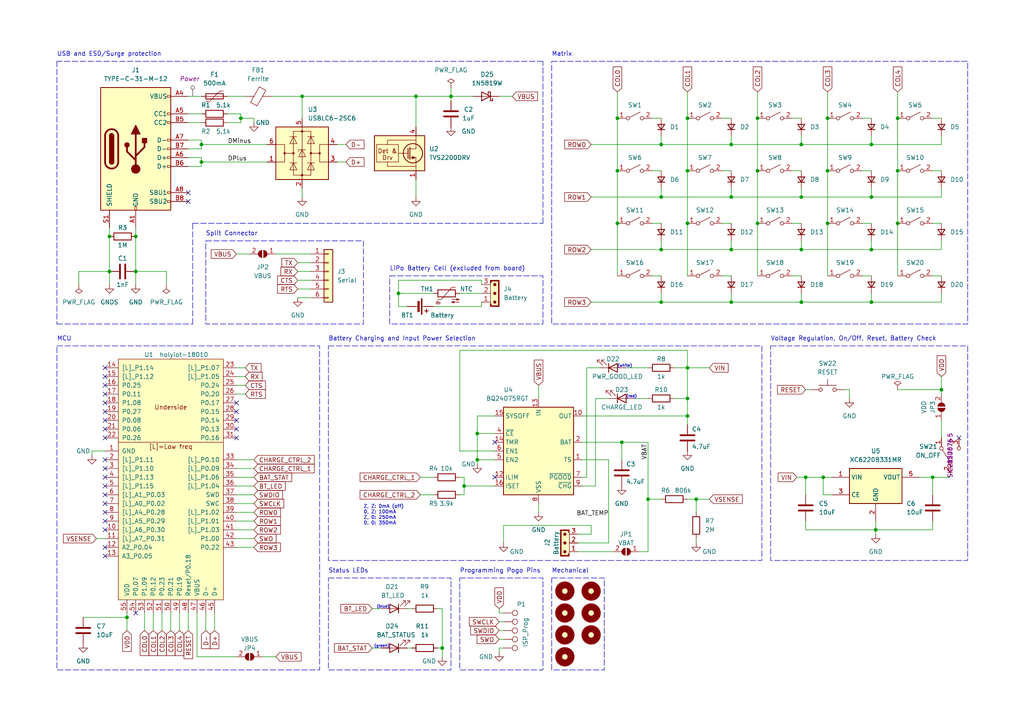
<source format=kicad_sch>
(kicad_sch (version 20230121) (generator eeschema)
  (paper "A4")
  (title_block (title "nightliner - a split wireless keyboard") (date "2023-10-21") (rev "0.1") (company "Layer-7 Technologies") (comment 2 "Project: https://michaelrommel.com/create/2023-10-21-nightliner") (comment 3 "Github: https://github.com/michaelrommel/nightliner") (comment 4 "Designer: Michael Rommel"))
  (junction (at 87.63 27.94))
  (junction (at 240.03 64.77))
  (junction (at 252.73 41.91))
  (junction (at 39.37 78.74))
  (junction (at 31.75 68.58))
  (junction (at 233.68 138.43))
  (junction (at 240.03 49.53))
  (junction (at 187.96 144.78))
  (junction (at 232.41 41.91))
  (junction (at 199.39 49.53))
  (junction (at 273.05 113.03))
  (junction (at 232.41 87.63))
  (junction (at 199.39 115.57))
  (junction (at 191.77 57.15))
  (junction (at 212.09 57.15))
  (junction (at 212.09 41.91))
  (junction (at 252.73 72.39))
  (junction (at 31.75 78.74))
  (junction (at 254 153.67))
  (junction (at 232.41 57.15))
  (junction (at 219.71 34.29))
  (junction (at 179.07 34.29))
  (junction (at 58.42 41.91))
  (junction (at 115.57 85.09))
  (junction (at 252.73 87.63))
  (junction (at 179.07 64.77))
  (junction (at 212.09 72.39))
  (junction (at 219.71 49.53))
  (junction (at 134.62 140.97))
  (junction (at 260.35 34.29))
  (junction (at 138.43 125.73))
  (junction (at 179.07 49.53))
  (junction (at 232.41 72.39))
  (junction (at 199.39 34.29))
  (junction (at 128.27 187.96))
  (junction (at 260.35 64.77))
  (junction (at 212.09 87.63))
  (junction (at 252.73 57.15))
  (junction (at 199.39 120.65))
  (junction (at 39.37 68.58))
  (junction (at 219.71 64.77))
  (junction (at 191.77 87.63))
  (junction (at 120.65 27.94))
  (junction (at 180.34 128.27))
  (junction (at 199.39 106.68))
  (junction (at 238.76 138.43))
  (junction (at 270.51 138.43))
  (junction (at 260.35 49.53))
  (junction (at 58.42 46.99))
  (junction (at 191.77 41.91))
  (junction (at 138.43 133.35))
  (junction (at 199.39 64.77))
  (junction (at 69.85 34.29))
  (junction (at 36.83 179.07))
  (junction (at 130.81 27.94))
  (junction (at 191.77 72.39))
  (junction (at 240.03 34.29))
  (junction (at 201.93 144.78))
  (no_connect (at 54.61 58.42))
  (no_connect (at 30.48 153.67))
  (no_connect (at 39.37 177.8))
  (no_connect (at 30.48 146.05))
  (no_connect (at 30.48 140.97))
  (no_connect (at 68.58 124.46))
  (no_connect (at 30.48 138.43))
  (no_connect (at 30.48 148.59))
  (no_connect (at 30.48 114.3))
  (no_connect (at 30.48 161.29))
  (no_connect (at 30.48 109.22))
  (no_connect (at 30.48 119.38))
  (no_connect (at 30.48 143.51))
  (no_connect (at 30.48 135.89))
  (no_connect (at 68.58 121.92))
  (no_connect (at 30.48 151.13))
  (no_connect (at 143.51 138.43))
  (no_connect (at 30.48 106.68))
  (no_connect (at 68.58 127))
  (no_connect (at 68.58 119.38))
  (no_connect (at 68.58 116.84))
  (no_connect (at 278.13 127))
  (no_connect (at 30.48 116.84))
  (no_connect (at 30.48 133.35))
  (no_connect (at 30.48 124.46))
  (no_connect (at 30.48 127))
  (no_connect (at 30.48 121.92))
  (no_connect (at 143.51 128.27))
  (no_connect (at 30.48 158.75))
  (no_connect (at 54.61 55.88))
  (no_connect (at 30.48 111.76))
  (wire (pts (xy 139.7 81.28) (xy 115.57 81.28)))
  (wire (pts (xy 232.41 69.85) (xy 232.41 72.39)))
  (wire (pts (xy 273.05 109.22) (xy 273.05 113.03)))
  (wire (pts (xy 260.35 64.77) (xy 260.35 80.01)))
  (wire (pts (xy 260.35 34.29) (xy 260.35 49.53)))
  (wire (pts (xy 130.81 27.94) (xy 130.81 29.21)))
  (wire (pts (xy 78.74 27.94) (xy 87.63 27.94)))
  (wire (pts (xy 191.77 87.63) (xy 212.09 87.63)))
  (wire (pts (xy 86.36 78.74) (xy 90.17 78.74)))
  (wire (pts (xy 199.39 106.68) (xy 199.39 115.57)))
  (wire (pts (xy 201.93 144.78) (xy 199.39 144.78)))
  (wire (pts (xy 68.58 138.43) (xy 73.66 138.43)))
  (wire (pts (xy 97.79 41.91) (xy 100.33 41.91)))
  (wire (pts (xy 232.41 87.63) (xy 252.73 87.63)))
  (wire (pts (xy 199.39 120.65) (xy 199.39 123.19)))
  (wire (pts (xy 246.38 115.57) (xy 246.38 113.03)))
  (polyline (pts (xy 55.88 64.77) (xy 157.48 64.77)) (stroke (width 0) (type dash)))
  (wire (pts (xy 146.05 180.34) (xy 144.78 180.34)))
  (wire (pts (xy 144.78 189.23) (xy 144.78 187.96)))
  (wire (pts (xy 146.05 152.4) (xy 146.05 157.48)))
  (wire (pts (xy 58.42 41.91) (xy 58.42 43.18)))
  (wire (pts (xy 138.43 120.65) (xy 138.43 125.73)))
  (wire (pts (xy 54.61 45.72) (xy 58.42 45.72)))
  (wire (pts (xy 232.41 85.09) (xy 232.41 87.63)))
  (wire (pts (xy 209.55 64.77) (xy 212.09 64.77)))
  (wire (pts (xy 143.51 120.65) (xy 138.43 120.65)))
  (wire (pts (xy 199.39 101.6) (xy 199.39 106.68)))
  (wire (pts (xy 171.45 154.94) (xy 167.64 154.94)))
  (wire (pts (xy 191.77 41.91) (xy 212.09 41.91)))
  (wire (pts (xy 231.14 138.43) (xy 233.68 138.43)))
  (wire (pts (xy 212.09 87.63) (xy 232.41 87.63)))
  (wire (pts (xy 26.67 132.08) (xy 26.67 130.81)))
  (wire (pts (xy 144.78 27.94) (xy 148.59 27.94)))
  (wire (pts (xy 233.68 113.03) (xy 234.95 113.03)))
  (wire (pts (xy 58.42 48.26) (xy 54.61 48.26)))
  (wire (pts (xy 252.73 87.63) (xy 273.05 87.63)))
  (wire (pts (xy 68.58 156.21) (xy 73.66 156.21)))
  (wire (pts (xy 238.76 138.43) (xy 241.3 138.43)))
  (wire (pts (xy 69.85 33.02) (xy 69.85 34.29)))
  (wire (pts (xy 58.42 40.64) (xy 58.42 41.91)))
  (wire (pts (xy 179.07 49.53) (xy 179.07 64.77)))
  (wire (pts (xy 199.39 49.53) (xy 199.39 64.77)))
  (polyline (pts (xy 16.51 17.78) (xy 16.51 93.98)) (stroke (width 0) (type dash)))
  (wire (pts (xy 52.07 177.8) (xy 52.07 182.88)))
  (polyline (pts (xy 157.48 17.78) (xy 16.51 17.78)) (stroke (width 0) (type dash)))
  (wire (pts (xy 191.77 54.61) (xy 191.77 57.15)))
  (wire (pts (xy 180.34 128.27) (xy 180.34 133.35)))
  (wire (pts (xy 219.71 26.67) (xy 219.71 34.29)))
  (wire (pts (xy 171.45 152.4) (xy 171.45 154.94)))
  (wire (pts (xy 87.63 27.94) (xy 120.65 27.94)))
  (wire (pts (xy 250.19 34.29) (xy 252.73 34.29)))
  (wire (pts (xy 58.42 43.18) (xy 54.61 43.18)))
  (wire (pts (xy 270.51 138.43) (xy 275.59 138.43)))
  (wire (pts (xy 187.96 144.78) (xy 191.77 144.78)))
  (wire (pts (xy 133.35 85.09) (xy 139.7 85.09)))
  (wire (pts (xy 250.19 80.01) (xy 252.73 80.01)))
  (polyline (pts (xy 157.48 64.77) (xy 157.48 17.78)) (stroke (width 0) (type dash)))
  (wire (pts (xy 181.61 106.68) (xy 187.96 106.68)))
  (wire (pts (xy 229.87 64.77) (xy 232.41 64.77)))
  (wire (pts (xy 252.73 72.39) (xy 273.05 72.39)))
  (wire (pts (xy 58.42 45.72) (xy 58.42 46.99)))
  (wire (pts (xy 118.11 187.96) (xy 119.38 187.96)))
  (wire (pts (xy 167.64 160.02) (xy 177.8 160.02)))
  (wire (pts (xy 87.63 54.61) (xy 87.63 57.15)))
  (wire (pts (xy 144.78 176.53) (xy 144.78 177.8)))
  (wire (pts (xy 238.76 143.51) (xy 238.76 138.43)))
  (wire (pts (xy 86.36 83.82) (xy 90.17 83.82)))
  (wire (pts (xy 39.37 66.04) (xy 39.37 68.58)))
  (wire (pts (xy 270.51 64.77) (xy 273.05 64.77)))
  (wire (pts (xy 209.55 80.01) (xy 212.09 80.01)))
  (wire (pts (xy 199.39 34.29) (xy 199.39 49.53)))
  (wire (pts (xy 31.75 68.58) (xy 31.75 78.74)))
  (polyline (pts (xy 55.88 93.98) (xy 55.88 64.77)) (stroke (width 0) (type dash)))
  (wire (pts (xy 275.59 137.16) (xy 275.59 138.43)))
  (wire (pts (xy 191.77 72.39) (xy 212.09 72.39)))
  (wire (pts (xy 68.58 158.75) (xy 73.66 158.75)))
  (wire (pts (xy 179.07 64.77) (xy 179.07 80.01)))
  (wire (pts (xy 58.42 41.91) (xy 77.47 41.91)))
  (wire (pts (xy 68.58 151.13) (xy 73.66 151.13)))
  (wire (pts (xy 219.71 34.29) (xy 219.71 49.53)))
  (wire (pts (xy 171.45 72.39) (xy 191.77 72.39)))
  (wire (pts (xy 212.09 72.39) (xy 232.41 72.39)))
  (wire (pts (xy 115.57 88.9) (xy 118.11 88.9)))
  (wire (pts (xy 22.86 82.55) (xy 22.86 78.74)))
  (wire (pts (xy 270.51 49.53) (xy 273.05 49.53)))
  (wire (pts (xy 171.45 152.4) (xy 146.05 152.4)))
  (wire (pts (xy 212.09 54.61) (xy 212.09 57.15)))
  (wire (pts (xy 139.7 88.9) (xy 139.7 87.63)))
  (wire (pts (xy 48.26 78.74) (xy 39.37 78.74)))
  (wire (pts (xy 209.55 34.29) (xy 212.09 34.29)))
  (wire (pts (xy 179.07 26.67) (xy 179.07 34.29)))
  (wire (pts (xy 266.7 138.43) (xy 270.51 138.43)))
  (wire (pts (xy 87.63 27.94) (xy 87.63 34.29)))
  (wire (pts (xy 252.73 54.61) (xy 252.73 57.15)))
  (wire (pts (xy 199.39 115.57) (xy 195.58 115.57)))
  (wire (pts (xy 46.99 177.8) (xy 46.99 182.88)))
  (wire (pts (xy 191.77 85.09) (xy 191.77 87.63)))
  (wire (pts (xy 76.2 190.5) (xy 80.01 190.5)))
  (wire (pts (xy 69.85 34.29) (xy 69.85 35.56)))
  (wire (pts (xy 54.61 40.64) (xy 58.42 40.64)))
  (wire (pts (xy 31.75 78.74) (xy 31.75 82.55)))
  (wire (pts (xy 273.05 57.15) (xy 273.05 54.61)))
  (wire (pts (xy 130.81 25.4) (xy 130.81 27.94)))
  (wire (pts (xy 172.72 140.97) (xy 168.91 140.97)))
  (wire (pts (xy 191.77 39.37) (xy 191.77 41.91)))
  (wire (pts (xy 232.41 54.61) (xy 232.41 57.15)))
  (wire (pts (xy 97.79 46.99) (xy 100.33 46.99)))
  (wire (pts (xy 260.35 26.67) (xy 260.35 34.29)))
  (wire (pts (xy 241.3 143.51) (xy 238.76 143.51)))
  (wire (pts (xy 201.93 144.78) (xy 201.93 148.59)))
  (wire (pts (xy 171.45 87.63) (xy 191.77 87.63)))
  (wire (pts (xy 71.12 109.22) (xy 68.58 109.22)))
  (wire (pts (xy 66.04 27.94) (xy 71.12 27.94)))
  (wire (pts (xy 144.78 177.8) (xy 146.05 177.8)))
  (wire (pts (xy 240.03 64.77) (xy 240.03 80.01)))
  (wire (pts (xy 121.92 143.51) (xy 125.73 143.51)))
  (wire (pts (xy 54.61 35.56) (xy 58.42 35.56)))
  (wire (pts (xy 199.39 115.57) (xy 199.39 120.65)))
  (wire (pts (xy 232.41 72.39) (xy 252.73 72.39)))
  (wire (pts (xy 68.58 146.05) (xy 73.66 146.05)))
  (wire (pts (xy 233.68 151.13) (xy 233.68 153.67)))
  (wire (pts (xy 199.39 106.68) (xy 195.58 106.68)))
  (wire (pts (xy 146.05 185.42) (xy 144.78 185.42)))
  (wire (pts (xy 125.73 88.9) (xy 139.7 88.9)))
  (wire (pts (xy 233.68 138.43) (xy 238.76 138.43)))
  (wire (pts (xy 170.18 138.43) (xy 168.91 138.43)))
  (wire (pts (xy 138.43 133.35) (xy 138.43 134.62)))
  (wire (pts (xy 125.73 85.09) (xy 115.57 85.09)))
  (wire (pts (xy 133.35 143.51) (xy 134.62 143.51)))
  (wire (pts (xy 127 187.96) (xy 128.27 187.96)))
  (wire (pts (xy 273.05 114.3) (xy 273.05 113.03)))
  (wire (pts (xy 254 154.94) (xy 254 153.67)))
  (wire (pts (xy 107.95 176.53) (xy 110.49 176.53)))
  (wire (pts (xy 127 176.53) (xy 128.27 176.53)))
  (wire (pts (xy 22.86 78.74) (xy 31.75 78.74)))
  (wire (pts (xy 179.07 34.29) (xy 179.07 49.53)))
  (wire (pts (xy 146.05 182.88) (xy 144.78 182.88)))
  (wire (pts (xy 254 153.67) (xy 270.51 153.67)))
  (wire (pts (xy 138.43 125.73) (xy 138.43 133.35)))
  (wire (pts (xy 187.96 144.78) (xy 187.96 160.02)))
  (wire (pts (xy 170.18 106.68) (xy 170.18 138.43)))
  (wire (pts (xy 59.69 177.8) (xy 59.69 182.88)))
  (wire (pts (xy 205.74 106.68) (xy 199.39 106.68)))
  (wire (pts (xy 118.11 176.53) (xy 119.38 176.53)))
  (wire (pts (xy 219.71 49.53) (xy 219.71 64.77)))
  (wire (pts (xy 49.53 177.8) (xy 49.53 182.88)))
  (wire (pts (xy 54.61 177.8) (xy 54.61 182.88)))
  (wire (pts (xy 115.57 85.09) (xy 115.57 88.9)))
  (wire (pts (xy 58.42 46.99) (xy 77.47 46.99)))
  (wire (pts (xy 139.7 81.28) (xy 139.7 82.55)))
  (wire (pts (xy 68.58 190.5) (xy 57.15 190.5)))
  (wire (pts (xy 252.73 39.37) (xy 252.73 41.91)))
  (wire (pts (xy 252.73 85.09) (xy 252.73 87.63)))
  (wire (pts (xy 254 153.67) (xy 254 151.13)))
  (wire (pts (xy 80.01 73.66) (xy 90.17 73.66)))
  (wire (pts (xy 120.65 27.94) (xy 120.65 36.83)))
  (wire (pts (xy 68.58 143.51) (xy 73.66 143.51)))
  (wire (pts (xy 219.71 64.77) (xy 219.71 80.01)))
  (wire (pts (xy 133.35 130.81) (xy 133.35 101.6)))
  (wire (pts (xy 107.95 187.96) (xy 110.49 187.96)))
  (wire (pts (xy 229.87 80.01) (xy 232.41 80.01)))
  (wire (pts (xy 134.62 140.97) (xy 143.51 140.97)))
  (wire (pts (xy 270.51 34.29) (xy 273.05 34.29)))
  (wire (pts (xy 133.35 138.43) (xy 134.62 138.43)))
  (wire (pts (xy 232.41 57.15) (xy 252.73 57.15)))
  (wire (pts (xy 128.27 187.96) (xy 128.27 190.5)))
  (wire (pts (xy 232.41 41.91) (xy 252.73 41.91)))
  (wire (pts (xy 189.23 64.77) (xy 191.77 64.77)))
  (wire (pts (xy 71.12 114.3) (xy 68.58 114.3)))
  (wire (pts (xy 156.21 146.05) (xy 156.21 148.59)))
  (wire (pts (xy 121.92 138.43) (xy 125.73 138.43)))
  (wire (pts (xy 273.05 72.39) (xy 273.05 69.85)))
  (wire (pts (xy 68.58 148.59) (xy 73.66 148.59)))
  (wire (pts (xy 86.36 76.2) (xy 90.17 76.2)))
  (wire (pts (xy 130.81 27.94) (xy 137.16 27.94)))
  (wire (pts (xy 233.68 153.67) (xy 254 153.67)))
  (wire (pts (xy 73.66 34.29) (xy 73.66 35.56)))
  (wire (pts (xy 133.35 101.6) (xy 199.39 101.6)))
  (wire (pts (xy 26.67 130.81) (xy 30.48 130.81)))
  (wire (pts (xy 229.87 34.29) (xy 232.41 34.29)))
  (wire (pts (xy 138.43 133.35) (xy 143.51 133.35)))
  (wire (pts (xy 252.73 41.91) (xy 273.05 41.91)))
  (wire (pts (xy 240.03 34.29) (xy 240.03 49.53)))
  (wire (pts (xy 48.26 82.55) (xy 48.26 78.74)))
  (wire (pts (xy 86.36 81.28) (xy 90.17 81.28)))
  (wire (pts (xy 171.45 57.15) (xy 191.77 57.15)))
  (wire (pts (xy 68.58 135.89) (xy 73.66 135.89)))
  (wire (pts (xy 168.91 133.35) (xy 176.53 133.35)))
  (polyline (pts (xy 16.51 93.98) (xy 55.88 93.98)) (stroke (width 0) (type dash)))
  (wire (pts (xy 156.21 111.76) (xy 156.21 115.57)))
  (wire (pts (xy 199.39 64.77) (xy 199.39 80.01)))
  (wire (pts (xy 66.04 33.02) (xy 69.85 33.02)))
  (wire (pts (xy 273.05 41.91) (xy 273.05 39.37)))
  (wire (pts (xy 233.68 138.43) (xy 233.68 143.51)))
  (wire (pts (xy 115.57 81.28) (xy 115.57 85.09)))
  (wire (pts (xy 212.09 69.85) (xy 212.09 72.39)))
  (wire (pts (xy 250.19 64.77) (xy 252.73 64.77)))
  (wire (pts (xy 212.09 41.91) (xy 232.41 41.91)))
  (wire (pts (xy 176.53 157.48) (xy 167.64 157.48)))
  (wire (pts (xy 58.42 46.99) (xy 58.42 48.26)))
  (wire (pts (xy 201.93 156.21) (xy 201.93 157.48)))
  (wire (pts (xy 273.05 121.92) (xy 273.05 127)))
  (wire (pts (xy 171.45 41.91) (xy 191.77 41.91)))
  (wire (pts (xy 260.35 113.03) (xy 273.05 113.03)))
  (wire (pts (xy 191.77 57.15) (xy 212.09 57.15)))
  (wire (pts (xy 185.42 160.02) (xy 187.96 160.02)))
  (wire (pts (xy 170.18 106.68) (xy 173.99 106.68)))
  (wire (pts (xy 54.61 27.94) (xy 58.42 27.94)))
  (wire (pts (xy 212.09 85.09) (xy 212.09 87.63)))
  (wire (pts (xy 71.12 111.76) (xy 68.58 111.76)))
  (wire (pts (xy 209.55 49.53) (xy 212.09 49.53)))
  (wire (pts (xy 180.34 128.27) (xy 187.96 128.27)))
  (wire (pts (xy 189.23 80.01) (xy 191.77 80.01)))
  (wire (pts (xy 187.96 128.27) (xy 187.96 144.78)))
  (wire (pts (xy 199.39 26.67) (xy 199.39 34.29)))
  (wire (pts (xy 184.15 115.57) (xy 187.96 115.57)))
  (wire (pts (xy 191.77 69.85) (xy 191.77 72.39)))
  (wire (pts (xy 201.93 144.78) (xy 205.74 144.78)))
  (wire (pts (xy 260.35 49.53) (xy 260.35 64.77)))
  (wire (pts (xy 68.58 153.67) (xy 73.66 153.67)))
  (wire (pts (xy 71.12 106.68) (xy 68.58 106.68)))
  (wire (pts (xy 232.41 39.37) (xy 232.41 41.91)))
  (wire (pts (xy 58.42 33.02) (xy 54.61 33.02)))
  (wire (pts (xy 27.94 156.21) (xy 30.48 156.21)))
  (wire (pts (xy 172.72 115.57) (xy 176.53 115.57)))
  (wire (pts (xy 252.73 69.85) (xy 252.73 72.39)))
  (wire (pts (xy 229.87 49.53) (xy 232.41 49.53)))
  (wire (pts (xy 138.43 125.73) (xy 143.51 125.73)))
  (wire (pts (xy 68.58 140.97) (xy 73.66 140.97)))
  (wire (pts (xy 270.51 138.43) (xy 270.51 143.51)))
  (wire (pts (xy 270.51 151.13) (xy 270.51 153.67)))
  (wire (pts (xy 69.85 34.29) (xy 73.66 34.29)))
  (wire (pts (xy 168.91 120.65) (xy 199.39 120.65)))
  (wire (pts (xy 270.51 80.01) (xy 273.05 80.01)))
  (wire (pts (xy 57.15 177.8) (xy 57.15 190.5)))
  (wire (pts (xy 62.23 177.8) (xy 62.23 182.88)))
  (wire (pts (xy 44.45 177.8) (xy 44.45 182.88)))
  (wire (pts (xy 252.73 57.15) (xy 273.05 57.15)))
  (wire (pts (xy 134.62 140.97) (xy 134.62 143.51)))
  (wire (pts (xy 180.34 128.27) (xy 168.91 128.27)))
  (wire (pts (xy 144.78 187.96) (xy 146.05 187.96)))
  (wire (pts (xy 128.27 176.53) (xy 128.27 187.96)))
  (wire (pts (xy 240.03 26.67) (xy 240.03 34.29)))
  (wire (pts (xy 69.85 35.56) (xy 66.04 35.56)))
  (wire (pts (xy 134.62 138.43) (xy 134.62 140.97)))
  (wire (pts (xy 250.19 49.53) (xy 252.73 49.53)))
  (wire (pts (xy 212.09 39.37) (xy 212.09 41.91)))
  (wire (pts (xy 68.58 73.66) (xy 72.39 73.66)))
  (wire (pts (xy 36.83 177.8) (xy 36.83 179.07)))
  (wire (pts (xy 68.58 133.35) (xy 73.66 133.35)))
  (wire (pts (xy 246.38 113.03) (xy 245.11 113.03)))
  (wire (pts (xy 176.53 133.35) (xy 176.53 157.48)))
  (wire (pts (xy 240.03 49.53) (xy 240.03 64.77)))
  (wire (pts (xy 189.23 49.53) (xy 191.77 49.53)))
  (wire (pts (xy 90.17 86.36) (xy 86.36 86.36)))
  (wire (pts (xy 189.23 34.29) (xy 191.77 34.29)))
  (wire (pts (xy 212.09 57.15) (xy 232.41 57.15)))
  (wire (pts (xy 133.35 130.81) (xy 143.51 130.81)))
  (wire (pts (xy 31.75 66.04) (xy 31.75 68.58)))
  (wire (pts (xy 273.05 87.63) (xy 273.05 85.09)))
  (wire (pts (xy 39.37 78.74) (xy 39.37 82.55)))
  (wire (pts (xy 41.91 177.8) (xy 41.91 182.88)))
  (wire (pts (xy 24.13 179.07) (xy 36.83 179.07)))
  (wire (pts (xy 36.83 179.07) (xy 36.83 182.88)))
  (wire (pts (xy 39.37 68.58) (xy 39.37 78.74)))
  (wire (pts (xy 172.72 115.57) (xy 172.72 140.97)))
  (wire (pts (xy 120.65 27.94) (xy 130.81 27.94)))
  (wire (pts (xy 120.65 52.07) (xy 120.65 57.15)))
  (rectangle (start 59.69 69.85) (end 105.41 93.98) (stroke (width 0) (type dash)))
  (rectangle (start 160.02 167.64) (end 175.26 194.31) (stroke (width 0) (type dash)))
  (rectangle (start 16.51 100.33) (end 92.71 194.31) (stroke (width 0) (type dash)))
  (rectangle (start 133.35 167.64) (end 157.48 194.31) (stroke (width 0) (type dash)))
  (rectangle (start 95.25 100.33) (end 220.98 162.56) (stroke (width 0) (type dash)))
  (rectangle (start 95.25 167.64) (end 130.81 194.31) (stroke (width 0) (type dash)))
  (rectangle (start 113.03 80.01) (end 157.48 93.98) (stroke (width 0) (type dash)))
  (rectangle (start 160.02 17.78) (end 280.67 93.98) (stroke (width 0) (type dash)))
  (rectangle (start 223.52 100.33) (end 280.67 162.56) (stroke (width 0) (type dash)))
  (text "Programming Pogo Pins" (at 133.35 166.37 0) (effects (font (size 1.27 1.27)) (justify left bottom)))
  (text "Mechanical" (at 160.02 166.37 0) (effects (font (size 1.27 1.27)) (justify left bottom)))
  (text "Battery Charging and Input Power Selection" (at 95.25 99.06 0) (effects (font (size 1.27 1.27)) (justify left bottom)))
  (text "Status LEDs" (at 95.25 166.37 0) (effects (font (size 1.27 1.27)) (justify left bottom)))
  (text "Voltage Regulation, On/Off, Reset, Battery Check" (at 223.52 99.06 0) (effects (font (size 1.27 1.27)) (justify left bottom)))
  (text "Split Connector" (at 59.69 68.58 0) (effects (font (size 1.27 1.27)) (justify left bottom)))
  (text "MCU" (at 16.51 99.06 0) (effects (font (size 1.27 1.27)) (justify left bottom)))
  (text "(red)" (at 181.61 115.57 0) (effects (font (size 0.8 0.8)) (justify left bottom)))
  (text "Z, Z: 0mA (off)\n0, Z: 100mA\nZ, 0: 250mA\n0, 0: 350mA" (at 105.41 152.4 0) (effects (font (size 0.9906 0.9906)) (justify left bottom)))
  (text "Matrix" (at 160.02 16.51 0) (effects (font (size 1.27 1.27)) (justify left bottom)))
  (text "(green)" (at 113.03 187.96 0) (effects (font (size 0.8 0.8)) (justify right bottom)))
  (text "(white)" (at 179.07 106.68 0) (effects (font (size 0.8 0.8)) (justify left bottom)))
  (text "LiPo Battery Cell (excluded from board)" (at 113.03 78.74 0) (effects (font (size 1.27 1.27)) (justify left bottom)))
  (text "(blue)" (at 113.03 176.53 0) (effects (font (size 0.8 0.8)) (justify right bottom)))
  (text "USB and ESD/Surge protection" (at 16.51 16.51 0) (effects (font (size 1.27 1.27)) (justify left bottom)))
  (label "VBAT" (at 187.96 133.35 90))
  (label "BAT_TEMP" (at 176.53 149.86 180))
  (label "DMinus" (at 66.04 41.91 0))
  (label "DPlus" (at 66.04 46.99 0))
  (global_label "CTS" (shape input) (at 71.12 111.76 0) (property "Intersheetrefs" "${INTERSHEET_REFS}" (effects hide)))
  (global_label "COL2" (shape input) (at 46.99 182.88 270) (property "Intersheetrefs" "${INTERSHEET_REFS}" (effects hide)))
  (global_label "VBUS" (shape input) (at 68.58 73.66 180) (property "Intersheetrefs" "${INTERSHEET_REFS}" (effects hide)))
  (global_label "VBUS" (shape input) (at 156.21 111.76 90) (property "Intersheetrefs" "${INTERSHEET_REFS}" (effects hide)))
  (global_label "D+" (shape input) (at 100.33 46.99 0) (property "Intersheetrefs" "${INTERSHEET_REFS}" (effects hide)))
  (global_label "TX" (shape input) (at 71.12 106.68 0) (property "Intersheetrefs" "${INTERSHEET_REFS}" (effects hide)))
  (global_label "ROW0" (shape input) (at 73.66 148.59 0) (property "Intersheetrefs" "${INTERSHEET_REFS}" (effects hide)))
  (global_label "RESET" (shape input) (at 233.68 113.03 180) (property "Intersheetrefs" "${INTERSHEET_REFS}" (effects hide)))
  (global_label "ROW3" (shape input) (at 73.66 158.75 0) (property "Intersheetrefs" "${INTERSHEET_REFS}" (effects hide)))
  (global_label "CHARGE_CTRL_1" (shape input) (at 73.66 135.89 0) (property "Intersheetrefs" "${INTERSHEET_REFS}" (effects hide)))
  (global_label "RESET" (shape input) (at 54.61 182.88 270) (property "Intersheetrefs" "${INTERSHEET_REFS}" (effects hide)))
  (global_label "COL0" (shape input) (at 179.07 26.67 90) (property "Intersheetrefs" "${INTERSHEET_REFS}" (effects hide)))
  (global_label "VIN" (shape input) (at 231.14 138.43 180) (property "Intersheetrefs" "${INTERSHEET_REFS}" (effects hide)))
  (global_label "VSENSE" (shape input) (at 205.74 144.78 0) (property "Intersheetrefs" "${INTERSHEET_REFS}" (effects hide)))
  (global_label "VIN" (shape input) (at 205.74 106.68 0) (property "Intersheetrefs" "${INTERSHEET_REFS}" (effects hide)))
  (global_label "CHARGE_CTRL_2" (shape input) (at 73.66 133.35 0) (property "Intersheetrefs" "${INTERSHEET_REFS}" (effects hide)))
  (global_label "COL4" (shape input) (at 260.35 26.67 90) (property "Intersheetrefs" "${INTERSHEET_REFS}" (effects hide)))
  (global_label "ROW3" (shape input) (at 171.45 87.63 180) (property "Intersheetrefs" "${INTERSHEET_REFS}" (effects hide)))
  (global_label "COL4" (shape input) (at 52.07 182.88 270) (property "Intersheetrefs" "${INTERSHEET_REFS}" (effects hide)))
  (global_label "RX" (shape input) (at 71.12 109.22 0) (property "Intersheetrefs" "${INTERSHEET_REFS}" (effects hide)))
  (global_label "BAT_STAT" (shape input) (at 73.66 138.43 0) (property "Intersheetrefs" "${INTERSHEET_REFS}" (effects hide)))
  (global_label "COL2" (shape input) (at 219.71 26.67 90) (property "Intersheetrefs" "${INTERSHEET_REFS}" (effects hide)))
  (global_label "SWCLK" (shape input) (at 144.78 180.34 180) (property "Intersheetrefs" "${INTERSHEET_REFS}" (effects hide)))
  (global_label "BAT_STAT" (shape input) (at 107.95 187.96 180) (property "Intersheetrefs" "${INTERSHEET_REFS}" (effects hide)))
  (global_label "ROW0" (shape input) (at 171.45 41.91 180) (property "Intersheetrefs" "${INTERSHEET_REFS}" (effects hide)))
  (global_label "VDD" (shape input) (at 36.83 182.88 270) (property "Intersheetrefs" "${INTERSHEET_REFS}" (effects hide)))
  (global_label "RX" (shape input) (at 86.36 78.74 180) (property "Intersheetrefs" "${INTERSHEET_REFS}" (effects hide)))
  (global_label "RTS" (shape input) (at 86.36 83.82 180) (property "Intersheetrefs" "${INTERSHEET_REFS}" (effects hide)))
  (global_label "SWO" (shape input) (at 73.66 156.21 0) (property "Intersheetrefs" "${INTERSHEET_REFS}" (effects hide)))
  (global_label "VSENSE" (shape input) (at 27.94 156.21 180) (property "Intersheetrefs" "${INTERSHEET_REFS}" (effects hide)))
  (global_label "VBUS" (shape input) (at 80.01 190.5 0) (property "Intersheetrefs" "${INTERSHEET_REFS}" (effects hide)))
  (global_label "VDD" (shape input) (at 273.05 109.22 90) (property "Intersheetrefs" "${INTERSHEET_REFS}" (effects hide)))
  (global_label "SWCLK" (shape input) (at 73.66 146.05 0) (property "Intersheetrefs" "${INTERSHEET_REFS}" (effects hide)))
  (global_label "CHARGE_CTRL_2" (shape input) (at 121.92 143.51 180) (property "Intersheetrefs" "${INTERSHEET_REFS}" (effects hide)))
  (global_label "ROW1" (shape input) (at 171.45 57.15 180) (property "Intersheetrefs" "${INTERSHEET_REFS}" (effects hide)))
  (global_label "ROW2" (shape input) (at 73.66 153.67 0) (property "Intersheetrefs" "${INTERSHEET_REFS}" (effects hide)))
  (global_label "TX" (shape input) (at 86.36 76.2 180) (property "Intersheetrefs" "${INTERSHEET_REFS}" (effects hide)))
  (global_label "D-" (shape input) (at 59.69 182.88 270) (property "Intersheetrefs" "${INTERSHEET_REFS}" (effects hide)))
  (global_label "ROW2" (shape input) (at 171.45 72.39 180) (property "Intersheetrefs" "${INTERSHEET_REFS}" (effects hide)))
  (global_label "COL1" (shape input) (at 199.39 26.67 90) (property "Intersheetrefs" "${INTERSHEET_REFS}" (effects hide)))
  (global_label "COL3" (shape input) (at 49.53 182.88 270) (property "Intersheetrefs" "${INTERSHEET_REFS}" (effects hide)))
  (global_label "D+" (shape input) (at 62.23 182.88 270) (property "Intersheetrefs" "${INTERSHEET_REFS}" (effects hide)))
  (global_label "D-" (shape input) (at 100.33 41.91 0) (property "Intersheetrefs" "${INTERSHEET_REFS}" (effects hide)))
  (global_label "VDD" (shape input) (at 144.78 176.53 90) (property "Intersheetrefs" "${INTERSHEET_REFS}" (effects hide)))
  (global_label "COL3" (shape input) (at 240.03 26.67 90) (property "Intersheetrefs" "${INTERSHEET_REFS}" (effects hide)))
  (global_label "RTS" (shape input) (at 71.12 114.3 0) (property "Intersheetrefs" "${INTERSHEET_REFS}" (effects hide)))
  (global_label "BT_LED" (shape input) (at 73.66 140.97 0) (property "Intersheetrefs" "${INTERSHEET_REFS}" (effects hide)))
  (global_label "SWO" (shape input) (at 144.78 185.42 180) (property "Intersheetrefs" "${INTERSHEET_REFS}" (effects hide)))
  (global_label "CHARGE_CTRL_1" (shape input) (at 121.92 138.43 180) (property "Intersheetrefs" "${INTERSHEET_REFS}" (effects hide)))
  (global_label "SWDIO" (shape input) (at 144.78 182.88 180) (property "Intersheetrefs" "${INTERSHEET_REFS}" (effects hide)))
  (global_label "SWDIO" (shape input) (at 73.66 143.51 0) (property "Intersheetrefs" "${INTERSHEET_REFS}" (effects hide)))
  (global_label "BT_LED" (shape input) (at 107.95 176.53 180) (property "Intersheetrefs" "${INTERSHEET_REFS}" (effects hide)))
  (global_label "CTS" (shape input) (at 86.36 81.28 180) (property "Intersheetrefs" "${INTERSHEET_REFS}" (effects hide)))
  (global_label "ROW1" (shape input) (at 73.66 151.13 0) (property "Intersheetrefs" "${INTERSHEET_REFS}" (effects hide)))
  (global_label "VBUS" (shape input) (at 148.59 27.94 0) (property "Intersheetrefs" "${INTERSHEET_REFS}" (effects hide)))
  (global_label "COL0" (shape input) (at 41.91 182.88 270) (property "Intersheetrefs" "${INTERSHEET_REFS}" (effects hide)))
  (global_label "COL1" (shape input) (at 44.45 182.88 270) (property "Intersheetrefs" "${INTERSHEET_REFS}" (effects hide)))
  (netclass_flag "" (length 2.54) (shape round) (at 55.88 27.94 0) (property "Netclass" "Power" (at 52.07 22.86 0) (effects (font italic) (justify left))))
  (symbol (lib_id "Switch:SW_SPST") (at 204.47 64.77 0) (unit 1)
    (property "Reference" "SW12" (at 204.47 60.96 0))
    (property "Value" "ring_bottom" (effects hide))
    (property "Footprint" "nightliner:Kailh_Choc_CPG135001D02_Hotswap" (effects hide))
  )
  (symbol (lib_id "PCM_SL_Mechanical:MountingHole_M3") (at 171.45 184.15 0) (unit 1)
    (property "Reference" "H6" (effects hide))
    (property "Value" "Standoff_6mm_M3" (effects hide))
    (property "Footprint" "nightliner:StandOff_6mm_M3" (effects hide))
  )
  (symbol (lib_id "power:GND") (at 254 154.94 0) (unit 1)
    (property "Reference" "#PWR012" (effects hide))
    (property "Value" "GND" (at 254 160.02 0))
  )
  (symbol (lib_id "Device:D_Small") (at 212.09 52.07 90) (unit 1)
    (property "Reference" "D7" (at 214.63 52.07 90) (effects (justify right)))
    (property "Value" "1N4148WS" (effects hide))
    (property "Footprint" "Diode_SMD:D_SOD-323" (effects hide))
    (property "Sim.Device" "D" (effects hide))
    (property "Sim.Pins" "1=K 2=A" (effects hide))
    (property "LCSCNumber" "C5345963" (effects hide))
    (property "PartNumber" "1N4148WS" (effects hide))
  )
  (symbol (lib_id "power:GND") (at 26.67 132.08 0) (unit 1)
    (property "Reference" "#PWR018" (effects hide))
    (property "Value" "GND" (at 24.13 130.81 0))
  )
  (symbol (lib_id "Device:FerriteBead") (at 74.93 27.94 90) (unit 1)
    (property "Reference" "FB1" (at 74.8792 20.32 90))
    (property "Value" "Ferrite" (at 74.8792 22.86 90))
    (property "Footprint" "Capacitor_SMD:C_0603_1608Metric" (effects hide))
    (property "LCSCNumber" "C14709" (effects hide))
    (property "PartNumber" "BLM18PG121SN1D" (effects hide))
  )
  (symbol (lib_id "Device:C") (at 233.68 147.32 0) (unit 1)
    (property "Reference" "C5" (at 237.49 146.05 0) (effects (justify left)))
    (property "Value" "10uF" (at 237.49 148.59 0) (effects (justify left)))
    (property "Footprint" "Capacitor_SMD:C_0805_2012Metric" (effects hide))
    (property "LCSCNumber" "C89831" (effects hide))
    (property "PartNumber" "CC0805KKX5R8BB106" (effects hide))
  )
  (symbol (lib_id "Device:LED") (at 177.8 106.68 0) (mirror x) (unit 1)
    (property "Reference" "D22" (at 177.8 104.14 0))
    (property "Value" "PWR_GOOD_LED" (at 179.07 109.22 0))
    (property "Footprint" "LED_SMD:LED_0603_1608Metric" (effects hide))
    (property "PartNumber" "LTW-C194TS5" (effects hide))
    (property "LCSCNumber" "C575432" (effects hide))
  )
  (symbol (lib_id "Device:D_Small") (at 273.05 36.83 90) (unit 1)
    (property "Reference" "D5" (at 275.59 36.83 90) (effects (justify right)))
    (property "Value" "1N4148WS" (effects hide))
    (property "Footprint" "Diode_SMD:D_SOD-323" (effects hide))
    (property "Sim.Device" "D" (effects hide))
    (property "Sim.Pins" "1=K 2=A" (effects hide))
    (property "LCSCNumber" "C5345963" (effects hide))
    (property "PartNumber" "1N4148WS" (effects hide))
  )
  (symbol (lib_id "Switch:SW_SPST") (at 245.11 64.77 0) (unit 1)
    (property "Reference" "SW14" (at 245.11 60.96 0))
    (property "Value" "index_bottom" (effects hide))
    (property "Footprint" "nightliner:Kailh_Choc_CPG135001D02_Hotswap" (effects hide))
  )
  (symbol (lib_id "Switch:SW_SPST") (at 204.47 49.53 0) (unit 1)
    (property "Reference" "SW7" (at 204.47 45.72 0))
    (property "Value" "ring_home" (effects hide))
    (property "Footprint" "nightliner:Kailh_Choc_CPG135001D02_Hotswap" (effects hide))
  )
  (symbol (lib_id "power:GND") (at 156.21 148.59 0) (unit 1)
    (property "Reference" "#PWR08" (effects hide))
    (property "Value" "GND" (at 156.21 153.67 0))
  )
  (symbol (lib_id "Switch:SW_SPST") (at 184.15 80.01 0) (unit 1)
    (property "Reference" "SW16" (at 184.15 76.2 0))
    (property "Value" "outer_top" (effects hide))
    (property "Footprint" "nightliner:Kailh_Choc_CPG135001D02_Hotswap" (effects hide))
  )
  (symbol (lib_id "Device:D_Small") (at 212.09 67.31 90) (unit 1)
    (property "Reference" "D12" (at 214.63 67.31 90) (effects (justify right)))
    (property "Value" "1N4148WS" (effects hide))
    (property "Footprint" "Diode_SMD:D_SOD-323" (effects hide))
    (property "Sim.Device" "D" (effects hide))
    (property "Sim.Pins" "1=K 2=A" (effects hide))
    (property "LCSCNumber" "C5345963" (effects hide))
    (property "PartNumber" "1N4148WS" (effects hide))
  )
  (symbol (lib_id "Power_Protection:TVS2200DRV") (at 120.65 44.45 0) (unit 1)
    (property "Reference" "U2" (at 124.46 43.18 0) (effects (justify left)))
    (property "Value" "TVS2200DRV" (at 124.46 45.72 0) (effects (justify left)))
    (property "Footprint" "Package_SON:WSON-6-1EP_2x2mm_P0.65mm_EP1x1.6mm" (effects hide))
    (property "Datasheet" "http://www.ti.com/lit/ds/symlink/tvs2200.pdf" (effects hide))
    (property "LCSCNumber" "C523793" (effects hide))
    (property "PartNumber" "TVS2200DRVR" (effects hide))
  )
  (symbol (lib_id "Device:C") (at 270.51 147.32 0) (unit 1)
    (property "Reference" "C6" (at 262.89 146.05 0) (effects (justify left)))
    (property "Value" "10uF" (at 262.89 148.59 0) (effects (justify left)))
    (property "Footprint" "Capacitor_SMD:C_0805_2012Metric" (effects hide))
    (property "LCSCNumber" "C89831" (effects hide))
    (property "PartNumber" "CC0805KKX5R8BB106" (effects hide))
  )
  (symbol (lib_id "Device:R") (at 195.58 144.78 90) (unit 1)
    (property "Reference" "R6" (at 193.04 142.24 90))
    (property "Value" "806k" (at 198.12 142.24 90))
    (property "Footprint" "Resistor_SMD:R_0805_2012Metric" (effects hide))
    (property "LCSCNumber" "C273852" (effects hide))
    (property "PartNumber" "RC0805FR-07806KL" (effects hide))
  )
  (symbol (lib_id "Switch:SW_SPST") (at 204.47 80.01 0) (unit 1)
    (property "Reference" "SW17" (at 204.47 76.2 0))
    (property "Value" "outer_home" (effects hide))
    (property "Footprint" "nightliner:Kailh_Choc_CPG135001D02_Hotswap" (effects hide))
  )
  (symbol (lib_id "Device:D_Small") (at 252.73 52.07 90) (unit 1)
    (property "Reference" "D9" (at 255.27 52.07 90) (effects (justify right)))
    (property "Value" "1N4148WS" (effects hide))
    (property "Footprint" "Diode_SMD:D_SOD-323" (effects hide))
    (property "Sim.Device" "D" (effects hide))
    (property "Sim.Pins" "1=K 2=A" (effects hide))
    (property "LCSCNumber" "C5345963" (effects hide))
    (property "PartNumber" "1N4148WS" (effects hide))
  )
  (symbol (lib_id "Switch:SW_SPDT") (at 275.59 132.08 90) (unit 1)
    (property "Reference" "SW21" (at 269.24 129.54 90))
    (property "Value" "ON_OFF" (at 269.24 132.08 90))
    (property "Footprint" "nightliner:SW_ROCPU_SK-12D07-5_SPDT_Angled" (effects hide))
    (property "PartNumber" "SK-12D07-5" (at 275.59 132.08 0))
    (property "LCSCNumber" "C2857676" (at 275.59 132.08 0))
  )
  (symbol (lib_id "Jumper:SolderJumper_2_Open") (at 76.2 73.66 180) (unit 1)
    (property "Reference" "JP2" (at 76.2 77.47 0))
    (property "Value" "VBUS" (at 76.2 80.01 0))
    (property "Footprint" "Jumper:SolderJumper-2_P1.3mm_Open_RoundedPad1.0x1.5mm" (effects hide))
  )
  (symbol (lib_id "Switch:SW_Push") (at 240.03 113.03 0) (unit 1)
    (property "Reference" "SW22" (at 240.03 105.41 0))
    (property "Value" "RESET" (at 240.03 107.95 0))
    (property "Footprint" "nightliner:SW_Push_1P1T_NO_CK_KSC4xxJ" (effects hide))
  )
  (symbol (lib_id "PCM_SL_Mechanical:MountingHole_M3") (at 163.83 184.15 0) (unit 1)
    (property "Reference" "H5" (effects hide))
    (property "Value" "Standoff_6mm_M3" (effects hide))
    (property "Footprint" "nightliner:StandOff_6mm_M3" (effects hide))
  )
  (symbol (lib_id "Device:R") (at 191.77 115.57 90) (unit 1)
    (property "Reference" "R10" (at 191.77 113.03 90))
    (property "Value" "1k" (at 191.77 118.11 90))
    (property "Footprint" "Resistor_SMD:R_0805_2012Metric" (effects hide))
    (property "LCSCNumber" "C95781" (effects hide))
    (property "PartNumber" "RC0805FR-071KL" (effects hide))
  )
  (symbol (lib_id "Switch:SW_SPST") (at 224.79 49.53 0) (unit 1)
    (property "Reference" "SW8" (at 224.79 45.72 0))
    (property "Value" "middle_home" (effects hide))
    (property "Footprint" "nightliner:Kailh_Choc_CPG135001D02_Hotswap" (effects hide))
  )
  (symbol (lib_id "PCM_SL_Mechanical:MountingHole_M3") (at 163.83 171.45 0) (unit 1)
    (property "Reference" "H1" (effects hide))
    (property "Value" "Standoff_6mm_M3" (effects hide))
    (property "Footprint" "nightliner:StandOff_6mm_M3" (effects hide))
  )
  (symbol (lib_id "Switch:SW_SPST") (at 224.79 80.01 0) (unit 1)
    (property "Reference" "SW18" (at 224.79 76.2 0))
    (property "Value" "near_thumb" (effects hide))
    (property "Footprint" "nightliner:Kailh_Choc_CPG135001D02_Hotswap" (effects hide))
  )
  (symbol (lib_id "PCM_SL_Connectors:JST_03") (at 163.83 157.48 180) (unit 1)
    (property "Reference" "J2" (at 158.75 156.21 90) (effects (justify left)))
    (property "Value" "Battery" (at 161.29 157.48 90))
    (property "Footprint" "Connector_JST:JST_XH_S3B-XH-A-1_1x03_P2.50mm_Horizontal" (effects hide))
    (property "PartNumber" "S3B-XH-A-1(LF)(SN)" (effects hide))
    (property "LCSCNumber" "C163036" (effects hide))
  )
  (symbol (lib_id "Device:C") (at 24.13 182.88 0) (unit 1)
    (property "Reference" "C7" (at 27.94 181.61 0) (effects (justify left)))
    (property "Value" "10uF" (at 27.94 184.15 0) (effects (justify left)))
    (property "Footprint" "Capacitor_SMD:C_0805_2012Metric" (effects hide))
    (property "LCSCNumber" "C89831" (effects hide))
    (property "PartNumber" "CC0805KKX5R8BB106" (effects hide))
  )
  (symbol (lib_id "power:GND") (at 180.34 140.97 0) (unit 1)
    (property "Reference" "#PWR010" (effects hide))
    (property "Value" "GND" (at 180.34 146.05 0))
  )
  (symbol (lib_id "PCM_SL_Connectors:JST_03") (at 143.51 85.09 0) (mirror x) (unit 1) (in_bom no) (on_board no)
    (property "Reference" "J4" (at 146.05 83.82 0) (effects (justify left)))
    (property "Value" "Battery" (at 146.05 86.36 0) (effects (justify left)))
    (property "Footprint" "Connector_JST:JST_EH_B3B-EH-A_1x03_P2.50mm_Vertical" (effects hide))
  )
  (symbol (lib_id "PCM_SL_Mechanical:MountingHole_M3") (at 163.83 190.5 0) (unit 1)
    (property "Reference" "H7" (effects hide))
    (property "Value" "Standoff_6mm_M3" (effects hide))
    (property "Footprint" "nightliner:StandOff_6mm_M3" (effects hide))
  )
  (symbol (lib_id "kleeb_mcu:holyiot-18010") (at 49.53 143.51 0) (unit 1)
    (property "Reference" "U1" (at 43.18 102.87 0))
    (property "Value" "holyiot-18010" (at 53.34 102.87 0))
    (property "Footprint" "nightliner:HOLYIOT-18010-UndersidePins-SMD" (effects hide))
  )
  (symbol (lib_id "Switch:SW_SPST") (at 265.43 34.29 0) (unit 1)
    (property "Reference" "SW5" (at 265.43 30.48 0))
    (property "Value" "inner_top" (effects hide))
    (property "Footprint" "nightliner:Kailh_Choc_CPG135001D02_Hotswap" (effects hide))
  )
  (symbol (lib_id "PCM_SL_Mechanical:MountingHole_M3") (at 171.45 177.8 0) (unit 1)
    (property "Reference" "H4" (effects hide))
    (property "Value" "Standoff_6mm_M3" (effects hide))
    (property "Footprint" "nightliner:StandOff_6mm_M3" (effects hide))
  )
  (symbol (lib_id "power:GND") (at 246.38 115.57 0) (unit 1)
    (property "Reference" "#PWR013" (effects hide))
    (property "Value" "GND" (at 246.38 120.65 0))
  )
  (symbol (lib_id "Device:LED") (at 114.3 176.53 180) (unit 1)
    (property "Reference" "D21" (at 111.76 170.18 0) (effects (justify right)))
    (property "Value" "BT_LED" (at 110.49 172.72 0) (effects (justify right)))
    (property "Footprint" "LED_SMD:LED_0603_1608Metric" (effects hide))
    (property "PartNumber" "LTST-C194TBKT" (effects hide))
    (property "LCSCNumber" "C575417" (effects hide))
  )
  (symbol (lib_id "power:PWR_FLAG") (at 22.86 82.55 180) (unit 1)
    (property "Reference" "#FLG04" (effects hide))
    (property "Value" "PWR_FLAG" (at 22.86 87.63 0))
  )
  (symbol (lib_id "Switch:SW_SPST") (at 224.79 64.77 0) (unit 1)
    (property "Reference" "SW13" (at 224.79 60.96 0))
    (property "Value" "middle_bottom" (effects hide))
    (property "Footprint" "nightliner:Kailh_Choc_CPG135001D02_Hotswap" (effects hide))
  )
  (symbol (lib_id "Device:LED") (at 180.34 115.57 0) (mirror x) (unit 1)
    (property "Reference" "D23" (at 180.34 113.03 0))
    (property "Value" "CHARGE_LED" (at 180.34 118.11 0))
    (property "Footprint" "LED_SMD:LED_0603_1608Metric" (effects hide))
    (property "PartNumber" "LTST-C194KRKT" (effects hide))
    (property "LCSCNumber" "C913101" (effects hide))
  )
  (symbol (lib_id "Switch:SW_SPST") (at 245.11 80.01 0) (unit 1)
    (property "Reference" "SW19" (at 245.11 76.2 0))
    (property "Value" "home_thumb" (effects hide))
    (property "Footprint" "nightliner:Kailh_Choc_CPG135001D02_Hotswap" (effects hide))
  )
  (symbol (lib_id "Device:R") (at 129.54 143.51 90) (unit 1)
    (property "Reference" "R5" (at 125.73 146.05 90))
    (property "Value" "3.9k" (at 129.54 146.05 90))
    (property "Footprint" "Resistor_SMD:R_0805_2012Metric" (effects hide))
  )
  (symbol (lib_id "power:PWR_FLAG") (at 260.35 113.03 0) (unit 1)
    (property "Reference" "#FLG03" (effects hide))
    (property "Value" "PWR_FLAG" (at 260.35 109.22 0))
  )
  (symbol (lib_id "Device:D_Small") (at 191.77 36.83 90) (unit 1)
    (property "Reference" "D1" (at 194.31 36.83 90) (effects (justify right)))
    (property "Value" "1N4148WS" (effects hide))
    (property "Footprint" "Diode_SMD:D_SOD-323" (effects hide))
    (property "Sim.Device" "D" (effects hide))
    (property "Sim.Pins" "1=K 2=A" (effects hide))
    (property "LCSCNumber" "C5345963" (effects hide))
    (property "PartNumber" "1N4148WS" (effects hide))
  )
  (symbol (lib_id "power:GND") (at 128.27 190.5 0) (unit 1)
    (property "Reference" "#PWR016" (effects hide))
    (property "Value" "GND" (at 124.46 191.77 0))
  )
  (symbol (lib_id "Power_Protection:USBLC6-2SC6") (at 87.63 44.45 0) (unit 1)
    (property "Reference" "U3" (at 89.2811 31.75 0) (effects (justify left)))
    (property "Value" "USBLC6-2SC6" (at 89.2811 34.29 0) (effects (justify left)))
    (property "Footprint" "Package_TO_SOT_SMD:SOT-23-6" (effects hide))
    (property "Datasheet" "https://www.st.com/resource/en/datasheet/usblc6-2.pdf" (effects hide))
    (property "LCSCNumber" "C7519" (effects hide))
    (property "PartNumber" "USBLC6-2SC6" (effects hide))
  )
  (symbol (lib_id "power:GND") (at 144.78 189.23 0) (unit 1)
    (property "Reference" "#PWR015" (effects hide))
    (property "Value" "GND" (at 140.97 190.5 0))
  )
  (symbol (lib_id "power:GND") (at 24.13 186.69 0) (unit 1)
    (property "Reference" "#PWR017" (effects hide))
    (property "Value" "GND" (at 24.13 191.77 0))
  )
  (symbol (lib_id "Device:D_Small") (at 232.41 52.07 90) (unit 1)
    (property "Reference" "D8" (at 234.95 52.07 90) (effects (justify right)))
    (property "Value" "1N4148WS" (effects hide))
    (property "Footprint" "Diode_SMD:D_SOD-323" (effects hide))
    (property "Sim.Device" "D" (effects hide))
    (property "Sim.Pins" "1=K 2=A" (effects hide))
    (property "LCSCNumber" "C5345963" (effects hide))
    (property "PartNumber" "1N4148WS" (effects hide))
  )
  (symbol (lib_id "Switch:SW_SPST") (at 224.79 34.29 0) (unit 1)
    (property "Reference" "SW3" (at 224.79 30.48 0))
    (property "Value" "middle_top" (effects hide))
    (property "Footprint" "nightliner:Kailh_Choc_CPG135001D02_Hotswap" (effects hide))
  )
  (symbol (lib_id "power:PWR_FLAG") (at 130.81 25.4 0) (unit 1)
    (property "Reference" "#FLG02" (effects hide))
    (property "Value" "PWR_FLAG" (at 130.81 20.32 0))
  )
  (symbol (lib_id "power:GND") (at 199.39 130.81 0) (unit 1)
    (property "Reference" "#PWR011" (effects hide))
    (property "Value" "GND" (at 199.39 135.89 0))
  )
  (symbol (lib_id "Jumper:SolderJumper_2_Open") (at 181.61 160.02 180) (unit 1)
    (property "Reference" "JP1" (at 181.61 154.94 0))
    (property "Value" "VBAT" (at 181.61 157.48 0))
    (property "Footprint" "Jumper:SolderJumper-2_P1.3mm_Open_RoundedPad1.0x1.5mm" (effects hide))
  )
  (symbol (lib_id "Device:C") (at 35.56 78.74 90) (unit 1)
    (property "Reference" "C1" (at 35.56 74.93 90))
    (property "Value" "1nF" (at 35.56 82.55 90))
    (property "Footprint" "Capacitor_SMD:C_0805_2012Metric" (effects hide))
    (property "LCSCNumber" "C94121" (effects hide))
    (property "PartNumber" "CC0805KRX7R9BB102" (effects hide))
  )
  (symbol (lib_id "Switch:SW_SPST") (at 245.11 34.29 0) (unit 1)
    (property "Reference" "SW4" (at 245.11 30.48 0))
    (property "Value" "index_top" (effects hide))
    (property "Footprint" "nightliner:Kailh_Choc_CPG135001D02_Hotswap" (effects hide))
  )
  (symbol (lib_id "Device:D_Small") (at 273.05 67.31 90) (unit 1)
    (property "Reference" "D15" (at 275.59 67.31 90) (effects (justify right)))
    (property "Value" "1N4148WS" (effects hide))
    (property "Footprint" "Diode_SMD:D_SOD-323" (effects hide))
    (property "Sim.Device" "D" (effects hide))
    (property "Sim.Pins" "1=K 2=A" (effects hide))
    (property "LCSCNumber" "C5345963" (effects hide))
    (property "PartNumber" "1N4148WS" (effects hide))
  )
  (symbol (lib_id "power:GND") (at 39.37 82.55 0) (unit 1)
    (property "Reference" "#PWR04" (effects hide))
    (property "Value" "GND" (at 39.37 87.63 0))
  )
  (symbol (lib_id "Device:C") (at 180.34 137.16 0) (unit 1)
    (property "Reference" "C3" (at 181.61 134.62 0) (effects (justify left)))
    (property "Value" "4.7uF" (at 181.61 139.7 0) (effects (justify left)))
    (property "Footprint" "Capacitor_SMD:C_0805_2012Metric" (effects hide))
    (property "LCSCNumber" "C354262" (effects hide))
    (property "PartNumber" "CC0805KKX7R8BB475" (effects hide))
  )
  (symbol (lib_id "nightliner:USB_C_Receptacle_USB2.0") (at 39.37 43.18 0) (unit 1)
    (property "Reference" "J1" (at 39.37 20.32 0))
    (property "Value" "TYPE-C-31-M-12" (at 39.37 22.86 0))
    (property "Footprint" "Connector_USB:USB_C_Receptacle_HRO_TYPE-C-31-M-12" (effects hide))
    (property "Datasheet" "https://www.usb.org/sites/default/files/documents/usb_type-c.zip" (effects hide))
    (property "LCSCNumber" "C165948" (effects hide))
    (property "PartNumber" "TYPE-C-31-M-12" (effects hide))
  )
  (symbol (lib_id "power:GND") (at 86.36 86.36 0) (unit 1)
    (property "Reference" "#PWR019" (effects hide))
    (property "Value" "GND" (at 86.36 91.44 0))
  )
  (symbol (lib_id "Device:D_Small") (at 232.41 82.55 90) (unit 1)
    (property "Reference" "D18" (at 234.95 82.55 90) (effects (justify right)))
    (property "Value" "1N4148WS" (effects hide))
    (property "Footprint" "Diode_SMD:D_SOD-323" (effects hide))
    (property "Sim.Device" "D" (effects hide))
    (property "Sim.Pins" "1=K 2=A" (effects hide))
    (property "LCSCNumber" "C5345963" (effects hide))
    (property "PartNumber" "1N4148WS" (effects hide))
  )
  (symbol (lib_id "Jumper:SolderJumper_2_Open") (at 273.05 118.11 90) (unit 1)
    (property "Reference" "JP3" (at 270.51 118.11 0))
    (property "Value" "VDD" (at 267.97 118.11 0))
    (property "Footprint" "Jumper:SolderJumper-2_P1.3mm_Open_RoundedPad1.0x1.5mm" (effects hide))
  )
  (symbol (lib_id "Device:R") (at 62.23 35.56 90) (unit 1)
    (property "Reference" "R2" (at 59.69 38.1 90))
    (property "Value" "5.1k" (at 64.77 38.1 90))
    (property "Footprint" "Resistor_SMD:R_0805_2012Metric" (effects hide))
    (property "LCSCNumber" "C144553" (effects hide))
    (property "PartNumber" "AC0805FR-075K1L" (effects hide))
  )
  (symbol (lib_id "Device:LED") (at 114.3 187.96 180) (unit 1)
    (property "Reference" "D24" (at 111.76 181.61 0) (effects (justify right)))
    (property "Value" "BAT_STATUS" (at 109.22 184.15 0) (effects (justify right)))
    (property "Footprint" "LED_SMD:LED_0603_1608Metric" (effects hide))
    (property "PartNumber" "LTST-C194KGKT" (effects hide))
    (property "LCSCNumber" "C913102" (effects hide))
  )
  (symbol (lib_id "Switch:SW_SPST") (at 245.11 49.53 0) (unit 1)
    (property "Reference" "SW9" (at 245.11 45.72 0))
    (property "Value" "index_home" (effects hide))
    (property "Footprint" "nightliner:Kailh_Choc_CPG135001D02_Hotswap" (effects hide))
  )
  (symbol (lib_id "power:GND") (at 201.93 157.48 0) (unit 1)
    (property "Reference" "#PWR014" (effects hide))
    (property "Value" "GND" (at 205.74 160.02 0))
  )
  (symbol (lib_id "Switch:SW_SPST") (at 265.43 64.77 0) (unit 1)
    (property "Reference" "SW15" (at 265.43 60.96 0))
    (property "Value" "inner_bottom" (effects hide))
    (property "Footprint" "nightliner:Kailh_Choc_CPG135001D02_Hotswap" (effects hide))
  )
  (symbol (lib_id "Device:D_Small") (at 273.05 82.55 90) (unit 1)
    (property "Reference" "D20" (at 275.59 82.55 90) (effects (justify right)))
    (property "Value" "1N4148WS" (effects hide))
    (property "Footprint" "Diode_SMD:D_SOD-323" (effects hide))
    (property "Sim.Device" "D" (effects hide))
    (property "Sim.Pins" "1=K 2=A" (effects hide))
    (property "LCSCNumber" "C5345963" (effects hide))
    (property "PartNumber" "1N4148WS" (effects hide))
  )
  (symbol (lib_id "Device:D_Small") (at 252.73 36.83 90) (unit 1)
    (property "Reference" "D4" (at 255.27 36.83 90) (effects (justify right)))
    (property "Value" "1N4148WS" (effects hide))
    (property "Footprint" "Diode_SMD:D_SOD-323" (effects hide))
    (property "Sim.Device" "D" (effects hide))
    (property "Sim.Pins" "1=K 2=A" (effects hide))
    (property "LCSCNumber" "C5345963" (effects hide))
    (property "PartNumber" "1N4148WS" (effects hide))
  )
  (symbol (lib_id "Device:R") (at 191.77 106.68 90) (unit 1)
    (property "Reference" "R8" (at 191.77 104.14 90))
    (property "Value" "1k" (at 191.77 109.22 90))
    (property "Footprint" "Resistor_SMD:R_0805_2012Metric" (effects hide))
    (property "LCSCNumber" "C95781" (effects hide))
    (property "PartNumber" "RC0805FR-071KL" (effects hide))
  )
  (symbol (lib_id "power:GND") (at 120.65 57.15 0) (unit 1)
    (property "Reference" "#PWR02" (effects hide))
    (property "Value" "GND" (at 120.65 62.23 0))
  )
  (symbol (lib_id "Device:D_Small") (at 191.77 82.55 90) (unit 1)
    (property "Reference" "D16" (at 194.31 82.55 90) (effects (justify right)))
    (property "Value" "1N4148WS" (effects hide))
    (property "Footprint" "Diode_SMD:D_SOD-323" (effects hide))
    (property "Sim.Device" "D" (effects hide))
    (property "Sim.Pins" "1=K 2=A" (effects hide))
    (property "LCSCNumber" "C5345963" (effects hide))
    (property "PartNumber" "1N4148WS" (effects hide))
  )
  (symbol (lib_id "Switch:SW_SPST") (at 204.47 34.29 0) (unit 1)
    (property "Reference" "SW2" (at 204.47 30.48 0))
    (property "Value" "ring_top" (effects hide))
    (property "Footprint" "nightliner:Kailh_Choc_CPG135001D02_Hotswap" (effects hide))
  )
  (symbol (lib_id "Device:C") (at 130.81 33.02 180) (unit 1)
    (property "Reference" "C2" (at 135.89 31.75 0))
    (property "Value" "1uF" (at 135.89 34.29 0))
    (property "Footprint" "Capacitor_SMD:C_0805_2012Metric" (effects hide))
    (property "LCSCNumber" "C91186" (effects hide))
    (property "PartNumber" "CC0805KKX7R8BB105" (effects hide))
  )
  (symbol (lib_id "Device:D_Small") (at 273.05 52.07 90) (unit 1)
    (property "Reference" "D10" (at 275.59 52.07 90) (effects (justify right)))
    (property "Value" "1N4148WS" (effects hide))
    (property "Footprint" "Diode_SMD:D_SOD-323" (effects hide))
    (property "Sim.Device" "D" (effects hide))
    (property "Sim.Pins" "1=K 2=A" (effects hide))
    (property "LCSCNumber" "C5345963" (effects hide))
    (property "PartNumber" "1N4148WS" (effects hide))
  )
  (symbol (lib_id "Device:Polyfuse") (at 62.23 27.94 90) (unit 1)
    (property "Reference" "F1" (at 62.23 21.59 90))
    (property "Value" "500mA" (at 62.23 24.13 90))
    (property "Footprint" "Fuse:Fuse_0603_1608Metric" (effects hide))
    (property "LCSCNumber" "C883095" (effects hide))
    (property "PartNumber" "BSMD0603-050-6V" (effects hide))
  )
  (symbol (lib_id "PCM_SL_Mechanical:MountingHole_M3") (at 171.45 171.45 0) (unit 1)
    (property "Reference" "H2" (effects hide))
    (property "Value" "Standoff_6mm_M3" (effects hide))
    (property "Footprint" "nightliner:StandOff_6mm_M3" (effects hide))
  )
  (symbol (lib_id "PCM_SL_Mechanical:MountingHole_M3") (at 163.83 177.8 0) (unit 1)
    (property "Reference" "H3" (effects hide))
    (property "Value" "Standoff_6mm_M3" (effects hide))
    (property "Footprint" "nightliner:StandOff_6mm_M3" (effects hide))
  )
  (symbol (lib_id "Device:C") (at 199.39 127 0) (unit 1)
    (property "Reference" "C4" (at 200.66 124.46 0) (effects (justify left)))
    (property "Value" "4.7uF" (at 200.66 129.54 0) (effects (justify left)))
    (property "Footprint" "Capacitor_SMD:C_0805_2012Metric" (effects hide))
    (property "LCSCNumber" "C354262" (effects hide))
    (property "PartNumber" "CC0805KKX7R8BB475" (effects hide))
  )
  (symbol (lib_id "power:GND") (at 73.66 35.56 0) (unit 1)
    (property "Reference" "#PWR01" (effects hide))
    (property "Value" "GND" (at 76.2 35.56 0))
  )
  (symbol (lib_id "Device:D_Small") (at 191.77 52.07 90) (unit 1)
    (property "Reference" "D6" (at 194.31 52.07 90) (effects (justify right)))
    (property "Value" "1N4148WS" (effects hide))
    (property "Footprint" "Diode_SMD:D_SOD-323" (effects hide))
    (property "Sim.Device" "D" (effects hide))
    (property "Sim.Pins" "1=K 2=A" (effects hide))
    (property "LCSCNumber" "C5345963" (effects hide))
    (property "PartNumber" "1N4148WS" (effects hide))
  )
  (symbol (lib_id "power:GNDS") (at 31.75 82.55 0) (unit 1)
    (property "Reference" "#PWR03" (effects hide))
    (property "Value" "GNDS" (at 31.75 87.63 0))
  )
  (symbol (lib_id "power:GND") (at 87.63 57.15 0) (unit 1)
    (property "Reference" "#PWR05" (effects hide))
    (property "Value" "GND" (at 87.63 62.23 0))
  )
  (symbol (lib_id "Regulator_Linear:XC6220B331MR") (at 254 140.97 0) (unit 1)
    (property "Reference" "U5" (at 254 130.81 0))
    (property "Value" "XC6220B331MR" (at 254 133.35 0))
    (property "Footprint" "Package_TO_SOT_SMD:SOT-23-5" (effects hide))
    (property "Datasheet" "https://www.torexsemi.com/file/xc6220/XC6220.pdf" (effects hide))
    (property "LCSCNumber" "C86534" (effects hide))
    (property "PartNumber" "XC6220B331MR-G" (effects hide))
  )
  (symbol (lib_id "miro_keyboard:ISP_Prog") (at 146.05 177.8 270) (unit 1)
    (property "Reference" "P1" (at 149.86 175.26 90) (effects (justify left)))
    (property "Value" "ISP_Prog" (at 152.4 179.07 0) (effects (justify left)))
    (property "Footprint" "nightliner:ISP_Programming_Pads" (effects hide))
  )
  (symbol (lib_id "Connector_Generic:Conn_01x06") (at 95.25 78.74 0) (unit 1)
    (property "Reference" "J3" (at 97.79 78.74 0) (effects (justify left)))
    (property "Value" "Serial" (at 97.79 81.28 0) (effects (justify left)))
    (property "Footprint" "nightliner:MagConn_6pin_right" (effects hide))
  )
  (symbol (lib_id "Switch:SW_SPST") (at 265.43 49.53 0) (unit 1)
    (property "Reference" "SW10" (at 265.43 45.72 0))
    (property "Value" "inner_home" (effects hide))
    (property "Footprint" "nightliner:Kailh_Choc_CPG135001D02_Hotswap" (effects hide))
  )
  (symbol (lib_id "power:PWR_FLAG") (at 48.26 82.55 180) (unit 1)
    (property "Reference" "#FLG01" (effects hide))
    (property "Value" "PWR_FLAG" (at 48.26 87.63 0))
  )
  (symbol (lib_id "Switch:SW_SPST") (at 184.15 64.77 0) (unit 1)
    (property "Reference" "SW11" (at 184.15 60.96 0))
    (property "Value" "pinky_bottom" (effects hide))
    (property "Footprint" "nightliner:Kailh_Choc_CPG135001D02_Hotswap" (effects hide))
  )
  (symbol (lib_id "Device:R") (at 123.19 187.96 90) (unit 1)
    (property "Reference" "R11" (at 124.46 181.61 90) (effects (justify left)))
    (property "Value" "1k" (at 124.46 184.15 90) (effects (justify left)))
    (property "Footprint" "Resistor_SMD:R_0805_2012Metric" (effects hide))
    (property "LCSCNumber" "C95781" (effects hide))
    (property "PartNumber" "RC0805FR-071KL" (effects hide))
  )
  (symbol (lib_id "Device:R") (at 123.19 176.53 90) (unit 1)
    (property "Reference" "R9" (at 124.46 170.18 90) (effects (justify left)))
    (property "Value" "1k" (at 124.46 172.72 90) (effects (justify left)))
    (property "Footprint" "Resistor_SMD:R_0805_2012Metric" (effects hide))
    (property "LCSCNumber" "C95781" (effects hide))
    (property "PartNumber" "RC0805FR-071KL" (effects hide))
  )
  (symbol (lib_id "Device:D_Small") (at 191.77 67.31 90) (unit 1)
    (property "Reference" "D11" (at 194.31 67.31 90) (effects (justify right)))
    (property "Value" "1N4148WS" (effects hide))
    (property "Footprint" "Diode_SMD:D_SOD-323" (effects hide))
    (property "Sim.Device" "D" (effects hide))
    (property "Sim.Pins" "1=K 2=A" (effects hide))
    (property "LCSCNumber" "C5345963" (effects hide))
    (property "PartNumber" "1N4148WS" (effects hide))
  )
  (symbol (lib_id "Switch:SW_SPST") (at 184.15 34.29 0) (unit 1)
    (property "Reference" "SW1" (at 184.15 30.48 0))
    (property "Value" "pinky_top" (effects hide))
    (property "Footprint" "nightliner:Kailh_Choc_CPG135001D02_Hotswap" (effects hide))
  )
  (symbol (lib_id "Device:D_Small") (at 232.41 36.83 90) (unit 1)
    (property "Reference" "D3" (at 234.95 36.83 90) (effects (justify right)))
    (property "Value" "1N4148WS" (effects hide))
    (property "Footprint" "Diode_SMD:D_SOD-323" (effects hide))
    (property "Sim.Device" "D" (effects hide))
    (property "Sim.Pins" "1=K 2=A" (effects hide))
    (property "LCSCNumber" "C5345963" (effects hide))
    (property "PartNumber" "1N4148WS" (effects hide))
  )
  (symbol (lib_id "power:GND") (at 138.43 134.62 0) (unit 1)
    (property "Reference" "#PWR07" (effects hide))
    (property "Value" "GND" (at 135.89 134.62 0))
  )
  (symbol (lib_id "Device:D_Small") (at 212.09 82.55 90) (unit 1)
    (property "Reference" "D17" (at 214.63 82.55 90) (effects (justify right)))
    (property "Value" "1N4148WS" (effects hide))
    (property "Footprint" "Diode_SMD:D_SOD-323" (effects hide))
    (property "Sim.Device" "D" (effects hide))
    (property "Sim.Pins" "1=K 2=A" (effects hide))
    (property "LCSCNumber" "C5345963" (effects hide))
    (property "PartNumber" "1N4148WS" (effects hide))
  )
  (symbol (lib_id "Device:Thermistor_NTC") (at 129.54 85.09 90) (unit 1) (in_bom no) (on_board no)
    (property "Reference" "TH1" (at 125.73 83.82 90) (effects (justify left)))
    (property "Value" "NTC" (at 137.16 83.82 90) (effects (justify left)))
  )
  (symbol (lib_id "Device:R") (at 129.54 138.43 90) (unit 1)
    (property "Reference" "R4" (at 125.73 135.89 90))
    (property "Value" "10k" (at 129.54 135.89 90))
    (property "Footprint" "Resistor_SMD:R_0805_2012Metric" (effects hide))
    (property "LCSCNumber" "C140868" (effects hide))
    (property "PartNumber" "AC0805FR-0710KL" (effects hide))
  )
  (symbol (lib_id "Device:D_Small") (at 252.73 82.55 90) (unit 1)
    (property "Reference" "D19" (at 255.27 82.55 90) (effects (justify right)))
    (property "Value" "1N4148WS" (effects hide))
    (property "Footprint" "Diode_SMD:D_SOD-323" (effects hide))
    (property "Sim.Device" "D" (effects hide))
    (property "Sim.Pins" "1=K 2=A" (effects hide))
    (property "LCSCNumber" "C5345963" (effects hide))
    (property "PartNumber" "1N4148WS" (effects hide))
  )
  (symbol (lib_id "Switch:SW_SPST") (at 265.43 80.01 0) (unit 1)
    (property "Reference" "SW20" (at 265.43 76.2 0))
    (property "Value" "far_thumb" (effects hide))
    (property "Footprint" "nightliner:Kailh_Choc_CPG135001D02_Hotswap" (effects hide))
  )
  (symbol (lib_id "power:GND") (at 130.81 36.83 0) (unit 1)
    (property "Reference" "#PWR06" (effects hide))
    (property "Value" "GND" (at 135.89 38.1 0))
  )
  (symbol (lib_id "Device:R") (at 62.23 33.02 90) (unit 1)
    (property "Reference" "R1" (at 59.69 30.48 90))
    (property "Value" "5.1k" (at 64.77 30.48 90))
    (property "Footprint" "Resistor_SMD:R_0805_2012Metric" (effects hide))
    (property "LCSCNumber" "C144553" (effects hide))
    (property "PartNumber" "AC0805FR-075K1L" (effects hide))
  )
  (symbol (lib_id "Switch:SW_SPST") (at 184.15 49.53 0) (unit 1)
    (property "Reference" "SW6" (at 184.15 45.72 0))
    (property "Value" "pinky_home" (effects hide))
    (property "Footprint" "nightliner:Kailh_Choc_CPG135001D02_Hotswap" (effects hide))
  )
  (symbol (lib_id "Device:R") (at 201.93 152.4 0) (unit 1)
    (property "Reference" "R7" (at 204.47 151.13 0) (effects (justify left)))
    (property "Value" "2M" (at 204.47 153.67 0) (effects (justify left)))
    (property "Footprint" "Resistor_SMD:R_0805_2012Metric" (effects hide))
    (property "LCSCNumber" "C114532" (effects hide))
    (property "PartNumber" "RC0805FR-072ML" (effects hide))
  )
  (symbol (lib_id "power:GND") (at 146.05 157.48 0) (unit 1)
    (property "Reference" "#PWR09" (effects hide))
    (property "Value" "GND" (at 149.86 160.02 0))
  )
  (symbol (lib_id "Device:R") (at 35.56 68.58 90) (unit 1)
    (property "Reference" "R3" (at 35.56 66.04 90))
    (property "Value" "1M" (at 35.56 71.12 90))
    (property "Footprint" "Resistor_SMD:R_0805_2012Metric" (effects hide))
    (property "LCSCNumber" "C107700" (effects hide))
    (property "PartNumber" "RC0805FR-071ML" (effects hide))
  )
  (symbol (lib_id "Device:Battery_Cell") (at 120.65 88.9 270) (unit 1) (on_board no)
    (property "Reference" "BT1" (at 118.11 91.44 90))
    (property "Value" "Battery" (at 128.27 91.44 90))
  )
  (symbol (lib_id "Device:D_Small") (at 252.73 67.31 90) (unit 1)
    (property "Reference" "D14" (at 255.27 67.31 90) (effects (justify right)))
    (property "Value" "1N4148WS" (effects hide))
    (property "Footprint" "Diode_SMD:D_SOD-323" (effects hide))
    (property "Sim.Device" "D" (effects hide))
    (property "Sim.Pins" "1=K 2=A" (effects hide))
    (property "LCSCNumber" "C5345963" (effects hide))
    (property "PartNumber" "1N4148WS" (effects hide))
  )
  (symbol (lib_id "Battery_Management:BQ24075RGT") (at 156.21 130.81 0) (unit 1)
    (property "Reference" "U4" (at 146.05 113.03 0) (effects (justify left)))
    (property "Value" "BQ24075RGT" (at 140.97 115.57 0) (effects (justify left)))
    (property "Footprint" "nightliner:VQFN-16-1EP_3x3mm_P0.5mm_EP1.6x1.6mm_ThermalVias" (effects hide))
    (property "Datasheet" "http://www.ti.com/lit/ds/symlink/bq24075.pdf" (effects hide))
    (property "PartNumber" "BQ24075RGTR" (effects hide))
    (property "LCSCNumber" "C15464" (effects hide))
  )
  (symbol (lib_id "Device:D_Small") (at 232.41 67.31 90) (unit 1)
    (property "Reference" "D13" (at 234.95 67.31 90) (effects (justify right)))
    (property "Value" "1N4148WS" (effects hide))
    (property "Footprint" "Diode_SMD:D_SOD-323" (effects hide))
    (property "Sim.Device" "D" (effects hide))
    (property "Sim.Pins" "1=K 2=A" (effects hide))
    (property "LCSCNumber" "C5345963" (effects hide))
    (property "PartNumber" "1N4148WS" (effects hide))
  )
  (symbol (lib_id "Jumper:SolderJumper_2_Open") (at 72.39 190.5 180) (unit 1)
    (property "Reference" "JP4" (at 72.39 187.96 0))
    (property "Value" "VBUS" (at 72.39 185.42 0))
    (property "Footprint" "Jumper:SolderJumper-2_P1.3mm_Open_RoundedPad1.0x1.5mm" (effects hide))
  )
  (symbol (lib_id "Device:D_Schottky") (at 140.97 27.94 180) (unit 1)
    (property "Reference" "D25" (at 141.2875 21.59 0))
    (property "Value" "1N5819W" (at 141.2875 24.13 0))
    (property "Footprint" "Diode_SMD:D_SOD-123" (effects hide))
    (property "PartNumber" "1N5819W" (effects hide))
    (property "LCSCNumber" "C727115" (effects hide))
  )
  (symbol (lib_id "Device:D_Small") (at 212.09 36.83 90) (unit 1)
    (property "Reference" "D2" (at 214.63 36.83 90) (effects (justify right)))
    (property "Value" "1N4148WS" (effects hide))
    (property "Footprint" "Diode_SMD:D_SOD-323" (effects hide))
    (property "Sim.Device" "D" (effects hide))
    (property "Sim.Pins" "1=K 2=A" (effects hide))
    (property "LCSCNumber" "C5345963" (effects hide))
    (property "PartNumber" "1N4148WS" (effects hide))
  )
)
</source>
